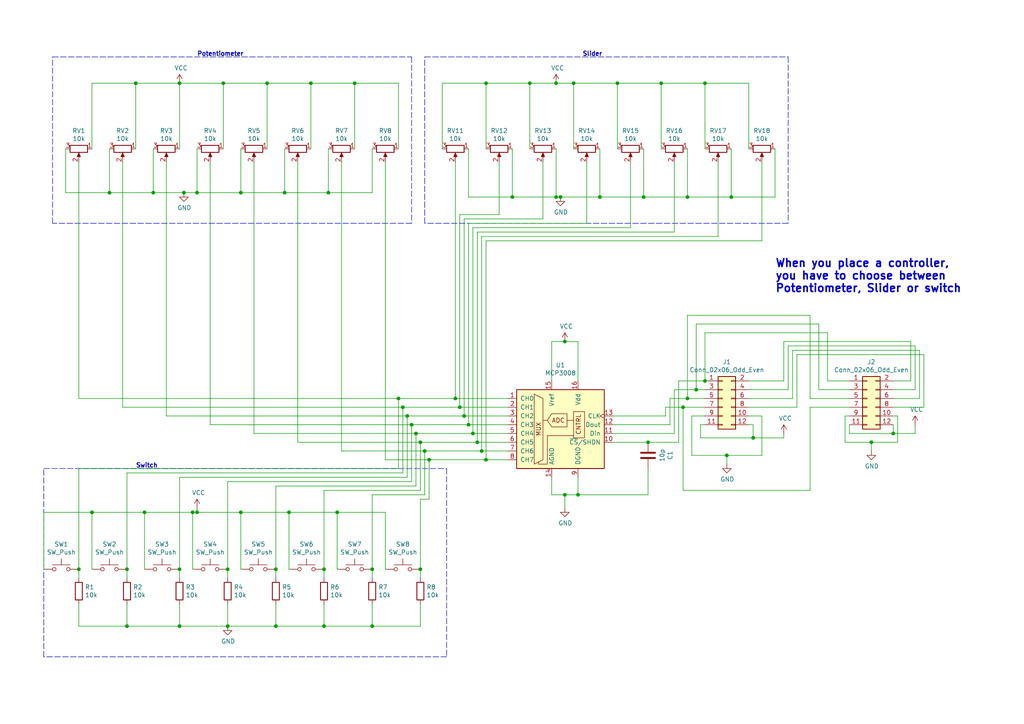
<source format=kicad_sch>
(kicad_sch (version 20211123) (generator eeschema)
  (paper "A4")
  (title_block (title "ControllerBoard") (date "2021-09-21") (rev "1") (company "INSA Lyon") (comment 1 "Author: POPOFF Maxime"))
  (lib_symbols
    (symbol "Analog_ADC:MCP3008" (pin_names (offset 1.016))
      (property "Reference" "U" (at -5.08 13.335 0))
      (property "Value" "MCP3008" (at -5.08 11.43 0))
      (symbol "MCP3008_0_0"
        (text "ADC" (at -0.635 1.27 0) (effects (font (size 1.27 1.27))))
        (text "CNTRL" (at 5.969 -2.921 900) (effects (font (size 1.27 1.27)) (justify left bottom)))
        (text "MUX" (at -6.35 -1.27 900) (effects (font (size 1.27 1.27))))
      )
      (symbol "MCP3008_0_1"
        (polyline (pts (xy -3.81 1.27) (xy -5.08 1.27)))
        (polyline (pts (xy 1.905 1.27) (xy 3.81 1.27)))
        (polyline (pts (xy -7.62 8.89) (xy -7.62 -11.43) (xy -5.08 -10.16) (xy -5.08 7.62) (xy -7.62 8.89)))
        (polyline (pts (xy 3.81 -3.175) (xy -3.81 -3.175) (xy -3.81 -11.43) (xy -6.35 -11.43) (xy -6.35 -10.795)))
        (polyline (pts (xy 1.905 3.175) (xy 1.905 -0.635) (xy -2.54 -0.635) (xy -3.81 1.27) (xy -2.54 3.175) (xy 1.905 3.175)))
        (rectangle (start 3.81 -3.81) (end 6.985 3.81))
        (rectangle (start 12.7 -12.7) (end -12.7 10.16) (stroke (width 0.254)) (fill (type background)))
      )
      (symbol "MCP3008_1_1"
        (pin input line (at -15.24 7.62 0) (length 2.54) (name "CH0") (number "1"))
        (pin input line (at 15.24 -5.08 180) (length 2.54) (name "~{CS}/SHDN") (number "10"))
        (pin input line (at 15.24 -2.54 180) (length 2.54) (name "Din") (number "11"))
        (pin output line (at 15.24 0 180) (length 2.54) (name "Dout") (number "12"))
        (pin input clock (at 15.24 2.54 180) (length 2.54) (name "CLK") (number "13"))
        (pin power_in line (at -2.54 -15.24 90) (length 2.54) (name "AGND") (number "14"))
        (pin power_in line (at -2.54 12.7 270) (length 2.54) (name "Vref") (number "15"))
        (pin power_in line (at 5.08 12.7 270) (length 2.54) (name "Vdd") (number "16"))
        (pin input line (at -15.24 5.08 0) (length 2.54) (name "CH1") (number "2"))
        (pin input line (at -15.24 2.54 0) (length 2.54) (name "CH2") (number "3"))
        (pin input line (at -15.24 0 0) (length 2.54) (name "CH3") (number "4"))
        (pin input line (at -15.24 -2.54 0) (length 2.54) (name "CH4") (number "5"))
        (pin input line (at -15.24 -5.08 0) (length 2.54) (name "CH5") (number "6"))
        (pin input line (at -15.24 -7.62 0) (length 2.54) (name "CH6") (number "7"))
        (pin input line (at -15.24 -10.16 0) (length 2.54) (name "CH7") (number "8"))
        (pin power_in line (at 5.08 -15.24 90) (length 2.54) (name "DGND") (number "9"))
      )
    )
    (symbol "Connector_Generic:Conn_02x06_Odd_Even" (pin_names (offset 1.016) hide)
      (property "Reference" "J" (at 1.27 7.62 0))
      (property "Value" "Conn_02x06_Odd_Even" (at 1.27 -10.16 0))
      (symbol "Conn_02x06_Odd_Even_1_1"
        (rectangle (start -1.27 -7.493) (end 0 -7.747) (stroke (width 0.1524)))
        (rectangle (start -1.27 -4.953) (end 0 -5.207) (stroke (width 0.1524)))
        (rectangle (start -1.27 -2.413) (end 0 -2.667) (stroke (width 0.1524)))
        (rectangle (start -1.27 0.127) (end 0 -0.127) (stroke (width 0.1524)))
        (rectangle (start -1.27 2.667) (end 0 2.413) (stroke (width 0.1524)))
        (rectangle (start -1.27 5.207) (end 0 4.953) (stroke (width 0.1524)))
        (rectangle (start -1.27 6.35) (end 3.81 -8.89) (stroke (width 0.254)) (fill (type background)))
        (rectangle (start 3.81 -7.493) (end 2.54 -7.747) (stroke (width 0.1524)))
        (rectangle (start 3.81 -4.953) (end 2.54 -5.207) (stroke (width 0.1524)))
        (rectangle (start 3.81 -2.413) (end 2.54 -2.667) (stroke (width 0.1524)))
        (rectangle (start 3.81 0.127) (end 2.54 -0.127) (stroke (width 0.1524)))
        (rectangle (start 3.81 2.667) (end 2.54 2.413) (stroke (width 0.1524)))
        (rectangle (start 3.81 5.207) (end 2.54 4.953) (stroke (width 0.1524)))
        (pin passive line (at -5.08 5.08 0) (length 3.81) (name "Pin_1") (number "1"))
        (pin passive line (at 7.62 -5.08 180) (length 3.81) (name "Pin_10") (number "10"))
        (pin passive line (at -5.08 -7.62 0) (length 3.81) (name "Pin_11") (number "11"))
        (pin passive line (at 7.62 -7.62 180) (length 3.81) (name "Pin_12") (number "12"))
        (pin passive line (at 7.62 5.08 180) (length 3.81) (name "Pin_2") (number "2"))
        (pin passive line (at -5.08 2.54 0) (length 3.81) (name "Pin_3") (number "3"))
        (pin passive line (at 7.62 2.54 180) (length 3.81) (name "Pin_4") (number "4"))
        (pin passive line (at -5.08 0 0) (length 3.81) (name "Pin_5") (number "5"))
        (pin passive line (at 7.62 0 180) (length 3.81) (name "Pin_6") (number "6"))
        (pin passive line (at -5.08 -2.54 0) (length 3.81) (name "Pin_7") (number "7"))
        (pin passive line (at 7.62 -2.54 180) (length 3.81) (name "Pin_8") (number "8"))
        (pin passive line (at -5.08 -5.08 0) (length 3.81) (name "Pin_9") (number "9"))
      )
    )
    (symbol "Device:C" (pin_numbers hide) (pin_names (offset 0.254))
      (property "Reference" "C" (at 0.635 2.54 0))
      (property "Value" "C" (at 0.635 -2.54 0))
      (symbol "C_0_1"
        (polyline (pts (xy -2.032 -0.762) (xy 2.032 -0.762)) (stroke (width 0.508)))
        (polyline (pts (xy -2.032 0.762) (xy 2.032 0.762)) (stroke (width 0.508)))
      )
      (symbol "C_1_1"
        (pin passive line (at 0 3.81 270) (length 2.794) (name "~") (number "1"))
        (pin passive line (at 0 -3.81 90) (length 2.794) (name "~") (number "2"))
      )
    )
    (symbol "Device:R" (pin_numbers hide) (pin_names (offset 0))
      (property "Reference" "R" (at 2.032 0 90))
      (property "Value" "R" (at 0 0 90))
      (symbol "R_0_1"
        (rectangle (start -1.016 -2.54) (end 1.016 2.54) (stroke (width 0.254)))
      )
      (symbol "R_1_1"
        (pin passive line (at 0 3.81 270) (length 1.27) (name "~") (number "1"))
        (pin passive line (at 0 -3.81 90) (length 1.27) (name "~") (number "2"))
      )
    )
    (symbol "Switch:SW_Push" (pin_numbers hide) (pin_names (offset 1.016) hide)
      (property "Reference" "SW" (at 1.27 2.54 0))
      (property "Value" "SW_Push" (at 0 -1.524 0))
      (symbol "SW_Push_0_1"
        (circle (center -2.032 0) (radius 0.508))
        (polyline (pts (xy 0 1.27) (xy 0 3.048)))
        (polyline (pts (xy 2.54 1.27) (xy -2.54 1.27)))
        (circle (center 2.032 0) (radius 0.508))
        (pin passive line (at -5.08 0 0) (length 2.54) (name "1") (number "1"))
        (pin passive line (at 5.08 0 180) (length 2.54) (name "2") (number "2"))
      )
    )
    (symbol "controllerBoard-rescue:R_POT-Device" (pin_names (offset 1.016) hide)
      (property "Reference" "RV" (at -4.445 0 90))
      (property "Value" "R_POT-Device" (at -2.54 0 90))
      (symbol "R_POT-Device_0_1"
        (polyline (pts (xy 2.54 0) (xy 1.524 0)))
        (polyline (pts (xy 1.143 0) (xy 2.286 0.508) (xy 2.286 -0.508) (xy 1.143 0)) (fill (type outline)))
        (rectangle (start 1.016 2.54) (end -1.016 -2.54) (stroke (width 0.254)))
      )
      (symbol "R_POT-Device_1_1"
        (pin passive line (at 0 3.81 270) (length 1.27) (name "1") (number "1"))
        (pin passive line (at 3.81 0 180) (length 1.27) (name "2") (number "2"))
        (pin passive line (at 0 -3.81 90) (length 1.27) (name "3") (number "3"))
      )
    )
    (symbol "power:GND" (power) (pin_names (offset 0))
      (property "Value" "GND" (at 0 -3.81 0))
      (symbol "GND_0_1"
        (polyline (pts (xy 0 0) (xy 0 -1.27) (xy 1.27 -1.27) (xy 0 -2.54) (xy -1.27 -1.27) (xy 0 -1.27)))
      )
      (symbol "GND_1_1"
        (pin power_in line (at 0 0 270) (length 0) hide (name "GND") (number "1"))
      )
    )
    (symbol "power:VCC" (power) (pin_names (offset 0))
      (property "Value" "VCC" (at 0 3.81 0))
      (symbol "VCC_0_1"
        (polyline (pts (xy -0.762 1.27) (xy 0 2.54)))
        (polyline (pts (xy 0 0) (xy 0 2.54)))
        (polyline (pts (xy 0 2.54) (xy 0.762 1.27)))
      )
      (symbol "VCC_1_1"
        (pin power_in line (at 0 0 90) (length 0) hide (name "VCC") (number "1"))
      )
    )
  )
  (junction (at 167.64 143.51))
  (junction (at 26.67 148.59))
  (junction (at 163.83 99.06))
  (junction (at 133.35 118.11))
  (junction (at 119.38 123.19))
  (junction (at 80.01 165.1))
  (junction (at 97.79 148.59))
  (junction (at 179.07 24.13))
  (junction (at 31.75 55.88))
  (junction (at 186.69 57.15))
  (junction (at 140.97 133.35))
  (junction (at 162.56 57.15))
  (junction (at 173.99 57.15))
  (junction (at 210.82 132.08))
  (junction (at 134.62 120.65))
  (junction (at 191.77 24.13))
  (junction (at 82.55 55.88))
  (junction (at 39.37 24.13))
  (junction (at 90.17 24.13))
  (junction (at 161.29 24.13))
  (junction (at 41.91 148.59))
  (junction (at 53.34 55.88))
  (junction (at 204.47 110.49))
  (junction (at 57.15 55.88))
  (junction (at 95.25 55.88))
  (junction (at 36.83 181.61))
  (junction (at 153.67 24.13))
  (junction (at 259.08 125.73))
  (junction (at 132.08 115.57))
  (junction (at 198.12 118.11))
  (junction (at 107.95 181.61))
  (junction (at 69.85 55.88))
  (junction (at 22.86 165.1))
  (junction (at 166.37 24.13))
  (junction (at 93.98 165.1))
  (junction (at 212.09 57.15))
  (junction (at 199.39 57.15))
  (junction (at 201.93 113.03))
  (junction (at 252.73 128.27))
  (junction (at 36.83 165.1))
  (junction (at 139.7 130.81))
  (junction (at 115.57 115.57))
  (junction (at 204.47 24.13))
  (junction (at 69.85 148.59))
  (junction (at 120.65 125.73))
  (junction (at 66.04 165.1))
  (junction (at 121.92 165.1))
  (junction (at 77.47 24.13))
  (junction (at 107.95 165.1))
  (junction (at 102.87 24.13))
  (junction (at 93.98 181.61))
  (junction (at 83.82 148.59))
  (junction (at 52.07 181.61))
  (junction (at 187.96 128.27))
  (junction (at 66.04 181.61))
  (junction (at 163.83 143.51))
  (junction (at 52.07 24.13))
  (junction (at 57.15 148.59))
  (junction (at 148.59 57.15))
  (junction (at 161.29 57.15))
  (junction (at 55.88 148.59))
  (junction (at 137.16 125.73))
  (junction (at 52.07 165.1))
  (junction (at 116.84 118.11))
  (junction (at 135.89 123.19))
  (junction (at 44.45 55.88))
  (junction (at 218.44 127))
  (junction (at 124.46 133.35))
  (junction (at 140.97 24.13))
  (junction (at 138.43 128.27))
  (junction (at 121.92 128.27))
  (junction (at 64.77 24.13))
  (junction (at 118.11 120.65))
  (junction (at 199.39 115.57))
  (junction (at 123.19 130.81))
  (junction (at 80.01 181.61))
  (wire (pts (xy 31.75 55.88) (xy 44.45 55.88)))
  (wire (pts (xy 120.65 140.97) (xy 120.65 125.73)))
  (wire (pts (xy 194.31 115.57) (xy 194.31 123.19)))
  (wire (pts (xy 153.67 43.18) (xy 153.67 24.13)))
  (wire (pts (xy 69.85 55.88) (xy 57.15 55.88)))
  (wire (pts (xy 107.95 165.1) (xy 107.95 167.64)))
  (wire (pts (xy 144.78 62.23) (xy 144.78 46.99)))
  (wire (pts (xy 234.95 118.11) (xy 246.38 118.11)))
  (polyline (pts (xy 123.19 64.77) (xy 123.19 16.51)))
  (wire (pts (xy 52.07 165.1) (xy 52.07 138.43)))
  (wire (pts (xy 167.64 99.06) (xy 163.83 99.06)))
  (wire (pts (xy 121.92 144.78) (xy 124.46 144.78)))
  (wire (pts (xy 121.92 181.61) (xy 107.95 181.61)))
  (wire (pts (xy 124.46 133.35) (xy 111.76 133.35)))
  (wire (pts (xy 161.29 57.15) (xy 162.56 57.15)))
  (wire (pts (xy 97.79 165.1) (xy 97.79 148.59)))
  (wire (pts (xy 177.8 128.27) (xy 187.96 128.27)))
  (wire (pts (xy 135.89 64.77) (xy 135.89 123.19)))
  (wire (pts (xy 266.7 101.6) (xy 266.7 115.57)))
  (wire (pts (xy 132.08 46.99) (xy 132.08 115.57)))
  (wire (pts (xy 195.58 46.99) (xy 195.58 67.31)))
  (wire (pts (xy 26.67 148.59) (xy 41.91 148.59)))
  (wire (pts (xy 26.67 24.13) (xy 39.37 24.13)))
  (wire (pts (xy 191.77 24.13) (xy 191.77 43.18)))
  (polyline (pts (xy 129.54 190.5) (xy 12.7 190.5)))
  (wire (pts (xy 252.73 130.81) (xy 252.73 128.27)))
  (wire (pts (xy 196.85 128.27) (xy 196.85 110.49)))
  (wire (pts (xy 153.67 24.13) (xy 161.29 24.13)))
  (wire (pts (xy 220.98 120.65) (xy 217.17 120.65)))
  (wire (pts (xy 203.2 127) (xy 218.44 127)))
  (wire (pts (xy 148.59 43.18) (xy 148.59 57.15)))
  (wire (pts (xy 173.99 43.18) (xy 173.99 57.15)))
  (wire (pts (xy 80.01 175.26) (xy 80.01 181.61)))
  (polyline (pts (xy 119.38 64.77) (xy 15.24 64.77)))
  (polyline (pts (xy 129.54 135.89) (xy 129.54 190.5)))
  (wire (pts (xy 36.83 165.1) (xy 36.83 137.16)))
  (wire (pts (xy 227.33 110.49) (xy 227.33 99.06)))
  (wire (pts (xy 60.96 46.99) (xy 60.96 123.19)))
  (wire (pts (xy 160.02 143.51) (xy 163.83 143.51)))
  (wire (pts (xy 229.87 101.6) (xy 266.7 101.6)))
  (wire (pts (xy 231.14 118.11) (xy 217.17 118.11)))
  (wire (pts (xy 217.17 115.57) (xy 229.87 115.57)))
  (wire (pts (xy 102.87 24.13) (xy 115.57 24.13)))
  (wire (pts (xy 121.92 128.27) (xy 138.43 128.27)))
  (wire (pts (xy 196.85 110.49) (xy 204.47 110.49)))
  (wire (pts (xy 199.39 43.18) (xy 199.39 57.15)))
  (wire (pts (xy 177.8 120.65) (xy 193.04 120.65)))
  (wire (pts (xy 118.11 138.43) (xy 118.11 120.65)))
  (wire (pts (xy 237.49 113.03) (xy 246.38 113.03)))
  (wire (pts (xy 265.43 100.33) (xy 228.6 100.33)))
  (wire (pts (xy 135.89 43.18) (xy 135.89 57.15)))
  (wire (pts (xy 135.89 57.15) (xy 148.59 57.15)))
  (wire (pts (xy 66.04 165.1) (xy 66.04 167.64)))
  (wire (pts (xy 31.75 43.18) (xy 31.75 55.88)))
  (wire (pts (xy 228.6 113.03) (xy 217.17 113.03)))
  (wire (pts (xy 246.38 125.73) (xy 259.08 125.73)))
  (wire (pts (xy 191.77 24.13) (xy 204.47 24.13)))
  (wire (pts (xy 227.33 125.73) (xy 227.33 127)))
  (wire (pts (xy 36.83 165.1) (xy 36.83 167.64)))
  (wire (pts (xy 22.86 175.26) (xy 22.86 181.61)))
  (wire (pts (xy 102.87 43.18) (xy 102.87 24.13)))
  (wire (pts (xy 217.17 110.49) (xy 227.33 110.49)))
  (wire (pts (xy 41.91 148.59) (xy 55.88 148.59)))
  (wire (pts (xy 123.19 143.51) (xy 123.19 130.81)))
  (wire (pts (xy 93.98 142.24) (xy 121.92 142.24)))
  (wire (pts (xy 198.12 118.11) (xy 204.47 118.11)))
  (wire (pts (xy 69.85 148.59) (xy 57.15 148.59)))
  (wire (pts (xy 123.19 130.81) (xy 99.06 130.81)))
  (wire (pts (xy 52.07 181.61) (xy 66.04 181.61)))
  (wire (pts (xy 204.47 24.13) (xy 204.47 43.18)))
  (wire (pts (xy 60.96 123.19) (xy 119.38 123.19)))
  (wire (pts (xy 201.93 93.98) (xy 237.49 93.98)))
  (wire (pts (xy 139.7 68.58) (xy 208.28 68.58)))
  (wire (pts (xy 128.27 43.18) (xy 128.27 24.13)))
  (wire (pts (xy 264.16 110.49) (xy 259.08 110.49)))
  (wire (pts (xy 218.44 127) (xy 227.33 127)))
  (wire (pts (xy 95.25 55.88) (xy 82.55 55.88)))
  (wire (pts (xy 163.83 143.51) (xy 167.64 143.51)))
  (wire (pts (xy 57.15 55.88) (xy 53.34 55.88)))
  (wire (pts (xy 48.26 120.65) (xy 118.11 120.65)))
  (wire (pts (xy 170.18 46.99) (xy 170.18 64.77)))
  (wire (pts (xy 111.76 133.35) (xy 111.76 46.99)))
  (wire (pts (xy 119.38 123.19) (xy 135.89 123.19)))
  (wire (pts (xy 121.92 165.1) (xy 121.92 144.78)))
  (wire (pts (xy 138.43 128.27) (xy 147.32 128.27)))
  (wire (pts (xy 240.03 96.52) (xy 204.47 96.52)))
  (wire (pts (xy 99.06 130.81) (xy 99.06 46.99)))
  (wire (pts (xy 179.07 24.13) (xy 191.77 24.13)))
  (wire (pts (xy 133.35 62.23) (xy 144.78 62.23)))
  (wire (pts (xy 177.8 125.73) (xy 195.58 125.73)))
  (wire (pts (xy 220.98 132.08) (xy 220.98 120.65)))
  (wire (pts (xy 196.85 128.27) (xy 187.96 128.27)))
  (wire (pts (xy 204.47 115.57) (xy 199.39 115.57)))
  (wire (pts (xy 231.14 102.87) (xy 231.14 118.11)))
  (wire (pts (xy 64.77 43.18) (xy 64.77 24.13)))
  (wire (pts (xy 22.86 46.99) (xy 22.86 115.57)))
  (wire (pts (xy 138.43 67.31) (xy 138.43 128.27)))
  (wire (pts (xy 199.39 115.57) (xy 199.39 91.44)))
  (wire (pts (xy 111.76 148.59) (xy 97.79 148.59)))
  (wire (pts (xy 198.12 118.11) (xy 198.12 142.24)))
  (wire (pts (xy 167.64 143.51) (xy 167.64 138.43)))
  (wire (pts (xy 266.7 115.57) (xy 259.08 115.57)))
  (wire (pts (xy 66.04 175.26) (xy 66.04 181.61)))
  (wire (pts (xy 147.32 130.81) (xy 139.7 130.81)))
  (wire (pts (xy 234.95 142.24) (xy 234.95 118.11)))
  (wire (pts (xy 107.95 181.61) (xy 93.98 181.61)))
  (wire (pts (xy 93.98 165.1) (xy 93.98 167.64)))
  (wire (pts (xy 115.57 135.89) (xy 115.57 115.57)))
  (wire (pts (xy 119.38 139.7) (xy 119.38 123.19)))
  (wire (pts (xy 246.38 123.19) (xy 246.38 125.73)))
  (wire (pts (xy 137.16 125.73) (xy 137.16 66.04)))
  (wire (pts (xy 107.95 55.88) (xy 107.95 43.18)))
  (wire (pts (xy 137.16 125.73) (xy 147.32 125.73)))
  (wire (pts (xy 173.99 57.15) (xy 162.56 57.15)))
  (polyline (pts (xy 228.6 64.77) (xy 123.19 64.77)))
  (wire (pts (xy 229.87 115.57) (xy 229.87 101.6)))
  (wire (pts (xy 170.18 64.77) (xy 135.89 64.77)))
  (wire (pts (xy 204.47 96.52) (xy 204.47 110.49)))
  (wire (pts (xy 83.82 165.1) (xy 83.82 148.59)))
  (wire (pts (xy 80.01 165.1) (xy 80.01 140.97)))
  (wire (pts (xy 259.08 125.73) (xy 265.43 125.73)))
  (wire (pts (xy 52.07 24.13) (xy 64.77 24.13)))
  (wire (pts (xy 160.02 99.06) (xy 160.02 110.49)))
  (wire (pts (xy 199.39 91.44) (xy 234.95 91.44)))
  (wire (pts (xy 200.66 120.65) (xy 200.66 132.08)))
  (wire (pts (xy 132.08 115.57) (xy 147.32 115.57)))
  (wire (pts (xy 36.83 175.26) (xy 36.83 181.61)))
  (wire (pts (xy 133.35 118.11) (xy 147.32 118.11)))
  (wire (pts (xy 148.59 57.15) (xy 161.29 57.15)))
  (wire (pts (xy 193.04 118.11) (xy 198.12 118.11)))
  (wire (pts (xy 22.86 181.61) (xy 36.83 181.61)))
  (wire (pts (xy 57.15 148.59) (xy 57.15 147.32)))
  (wire (pts (xy 115.57 43.18) (xy 115.57 24.13)))
  (polyline (pts (xy 12.7 190.5) (xy 12.7 135.89)))
  (wire (pts (xy 97.79 148.59) (xy 83.82 148.59)))
  (wire (pts (xy 93.98 165.1) (xy 93.98 142.24)))
  (wire (pts (xy 107.95 175.26) (xy 107.95 181.61)))
  (wire (pts (xy 252.73 128.27) (xy 245.11 128.27)))
  (wire (pts (xy 140.97 43.18) (xy 140.97 24.13)))
  (wire (pts (xy 95.25 55.88) (xy 107.95 55.88)))
  (wire (pts (xy 111.76 165.1) (xy 111.76 148.59)))
  (polyline (pts (xy 12.7 135.89) (xy 129.54 135.89)))
  (wire (pts (xy 220.98 69.85) (xy 140.97 69.85)))
  (wire (pts (xy 26.67 43.18) (xy 26.67 24.13)))
  (wire (pts (xy 186.69 57.15) (xy 173.99 57.15)))
  (wire (pts (xy 228.6 100.33) (xy 228.6 113.03)))
  (wire (pts (xy 195.58 125.73) (xy 195.58 113.03)))
  (wire (pts (xy 120.65 125.73) (xy 137.16 125.73)))
  (wire (pts (xy 187.96 135.89) (xy 187.96 143.51)))
  (wire (pts (xy 22.86 165.1) (xy 22.86 135.89)))
  (wire (pts (xy 66.04 165.1) (xy 66.04 139.7)))
  (wire (pts (xy 139.7 130.81) (xy 123.19 130.81)))
  (wire (pts (xy 260.35 128.27) (xy 252.73 128.27)))
  (polyline (pts (xy 15.24 16.51) (xy 119.38 16.51)))
  (wire (pts (xy 201.93 113.03) (xy 204.47 113.03)))
  (wire (pts (xy 224.79 43.18) (xy 224.79 57.15)))
  (wire (pts (xy 135.89 123.19) (xy 147.32 123.19)))
  (wire (pts (xy 19.05 43.18) (xy 19.05 55.88)))
  (wire (pts (xy 245.11 120.65) (xy 246.38 120.65)))
  (wire (pts (xy 69.85 43.18) (xy 69.85 55.88)))
  (wire (pts (xy 208.28 68.58) (xy 208.28 46.99)))
  (wire (pts (xy 82.55 55.88) (xy 82.55 43.18)))
  (wire (pts (xy 160.02 99.06) (xy 163.83 99.06)))
  (wire (pts (xy 22.86 135.89) (xy 115.57 135.89)))
  (wire (pts (xy 80.01 140.97) (xy 120.65 140.97)))
  (wire (pts (xy 86.36 46.99) (xy 86.36 128.27)))
  (wire (pts (xy 66.04 139.7) (xy 119.38 139.7)))
  (wire (pts (xy 259.08 120.65) (xy 260.35 120.65)))
  (wire (pts (xy 195.58 67.31) (xy 138.43 67.31)))
  (wire (pts (xy 198.12 142.24) (xy 234.95 142.24)))
  (wire (pts (xy 36.83 181.61) (xy 52.07 181.61)))
  (polyline (pts (xy 15.24 64.77) (xy 15.24 16.51)))
  (wire (pts (xy 234.95 91.44) (xy 234.95 115.57)))
  (wire (pts (xy 12.7 165.1) (xy 12.7 148.59)))
  (wire (pts (xy 160.02 138.43) (xy 160.02 143.51)))
  (wire (pts (xy 55.88 148.59) (xy 57.15 148.59)))
  (wire (pts (xy 195.58 113.03) (xy 201.93 113.03)))
  (polyline (pts (xy 228.6 16.51) (xy 228.6 64.77)))
  (wire (pts (xy 124.46 144.78) (xy 124.46 133.35)))
  (wire (pts (xy 39.37 43.18) (xy 39.37 24.13)))
  (wire (pts (xy 246.38 110.49) (xy 240.03 110.49)))
  (wire (pts (xy 116.84 118.11) (xy 133.35 118.11)))
  (wire (pts (xy 166.37 24.13) (xy 166.37 43.18)))
  (wire (pts (xy 95.25 43.18) (xy 95.25 55.88)))
  (wire (pts (xy 107.95 165.1) (xy 107.95 143.51)))
  (wire (pts (xy 224.79 57.15) (xy 212.09 57.15)))
  (wire (pts (xy 240.03 110.49) (xy 240.03 96.52)))
  (wire (pts (xy 193.04 120.65) (xy 193.04 118.11)))
  (wire (pts (xy 218.44 127) (xy 218.44 123.19)))
  (wire (pts (xy 93.98 175.26) (xy 93.98 181.61)))
  (wire (pts (xy 140.97 133.35) (xy 124.46 133.35)))
  (wire (pts (xy 212.09 57.15) (xy 199.39 57.15)))
  (polyline (pts (xy 119.38 16.51) (xy 119.38 64.77)))
  (wire (pts (xy 134.62 63.5) (xy 134.62 120.65)))
  (wire (pts (xy 121.92 165.1) (xy 121.92 167.64)))
  (wire (pts (xy 137.16 66.04) (xy 182.88 66.04)))
  (wire (pts (xy 140.97 69.85) (xy 140.97 133.35)))
  (wire (pts (xy 134.62 120.65) (xy 147.32 120.65)))
  (wire (pts (xy 187.96 143.51) (xy 167.64 143.51)))
  (wire (pts (xy 267.97 102.87) (xy 231.14 102.87)))
  (wire (pts (xy 259.08 118.11) (xy 267.97 118.11)))
  (wire (pts (xy 204.47 24.13) (xy 217.17 24.13)))
  (wire (pts (xy 139.7 130.81) (xy 139.7 68.58)))
  (wire (pts (xy 44.45 43.18) (xy 44.45 55.88)))
  (wire (pts (xy 220.98 46.99) (xy 220.98 69.85)))
  (wire (pts (xy 52.07 43.18) (xy 52.07 24.13)))
  (wire (pts (xy 22.86 115.57) (xy 115.57 115.57)))
  (wire (pts (xy 90.17 24.13) (xy 102.87 24.13)))
  (wire (pts (xy 83.82 148.59) (xy 69.85 148.59)))
  (wire (pts (xy 157.48 46.99) (xy 157.48 63.5)))
  (wire (pts (xy 35.56 46.99) (xy 35.56 118.11)))
  (wire (pts (xy 179.07 24.13) (xy 179.07 43.18)))
  (wire (pts (xy 265.43 125.73) (xy 265.43 123.19)))
  (wire (pts (xy 48.26 46.99) (xy 48.26 120.65)))
  (wire (pts (xy 260.35 120.65) (xy 260.35 128.27)))
  (wire (pts (xy 69.85 165.1) (xy 69.85 148.59)))
  (wire (pts (xy 93.98 181.61) (xy 80.01 181.61)))
  (wire (pts (xy 199.39 57.15) (xy 186.69 57.15)))
  (wire (pts (xy 237.49 93.98) (xy 237.49 113.03)))
  (wire (pts (xy 140.97 24.13) (xy 153.67 24.13)))
  (wire (pts (xy 234.95 115.57) (xy 246.38 115.57)))
  (wire (pts (xy 52.07 175.26) (xy 52.07 181.61)))
  (wire (pts (xy 245.11 128.27) (xy 245.11 120.65)))
  (wire (pts (xy 55.88 165.1) (xy 55.88 148.59)))
  (wire (pts (xy 210.82 132.08) (xy 220.98 132.08)))
  (wire (pts (xy 265.43 113.03) (xy 265.43 100.33)))
  (wire (pts (xy 22.86 165.1) (xy 22.86 167.64)))
  (wire (pts (xy 36.83 137.16) (xy 116.84 137.16)))
  (wire (pts (xy 133.35 118.11) (xy 133.35 62.23)))
  (wire (pts (xy 167.64 110.49) (xy 167.64 99.06)))
  (wire (pts (xy 210.82 132.08) (xy 210.82 134.62)))
  (wire (pts (xy 73.66 125.73) (xy 120.65 125.73)))
  (wire (pts (xy 161.29 24.13) (xy 166.37 24.13)))
  (wire (pts (xy 121.92 142.24) (xy 121.92 128.27)))
  (wire (pts (xy 212.09 43.18) (xy 212.09 57.15)))
  (wire (pts (xy 86.36 128.27) (xy 121.92 128.27)))
  (wire (pts (xy 116.84 137.16) (xy 116.84 118.11)))
  (wire (pts (xy 26.67 165.1) (xy 26.67 148.59)))
  (wire (pts (xy 69.85 55.88) (xy 82.55 55.88)))
  (wire (pts (xy 199.39 115.57) (xy 194.31 115.57)))
  (wire (pts (xy 163.83 143.51) (xy 163.83 147.32)))
  (wire (pts (xy 264.16 99.06) (xy 264.16 110.49)))
  (wire (pts (xy 182.88 66.04) (xy 182.88 46.99)))
  (wire (pts (xy 80.01 181.61) (xy 66.04 181.61)))
  (wire (pts (xy 267.97 118.11) (xy 267.97 102.87)))
  (wire (pts (xy 57.15 43.18) (xy 57.15 55.88)))
  (wire (pts (xy 115.57 115.57) (xy 132.08 115.57)))
  (wire (pts (xy 157.48 63.5) (xy 134.62 63.5)))
  (wire (pts (xy 80.01 165.1) (xy 80.01 167.64)))
  (wire (pts (xy 107.95 143.51) (xy 123.19 143.51)))
  (wire (pts (xy 118.11 120.65) (xy 134.62 120.65)))
  (wire (pts (xy 204.47 120.65) (xy 200.66 120.65)))
  (wire (pts (xy 218.44 123.19) (xy 217.17 123.19)))
  (wire (pts (xy 147.32 133.35) (xy 140.97 133.35)))
  (wire (pts (xy 259.08 125.73) (xy 259.08 123.19)))
  (wire (pts (xy 41.91 165.1) (xy 41.91 148.59)))
  (wire (pts (xy 200.66 132.08) (xy 210.82 132.08)))
  (wire (pts (xy 12.7 148.59) (xy 26.67 148.59)))
  (wire (pts (xy 227.33 99.06) (xy 264.16 99.06)))
  (wire (pts (xy 77.47 43.18) (xy 77.47 24.13)))
  (wire (pts (xy 217.17 24.13) (xy 217.17 43.18)))
  (wire (pts (xy 52.07 138.43) (xy 118.11 138.43)))
  (wire (pts (xy 73.66 46.99) (xy 73.66 125.73)))
  (wire (pts (xy 19.05 55.88) (xy 31.75 55.88)))
  (wire (pts (xy 203.2 123.19) (xy 203.2 127)))
  (wire (pts (xy 201.93 113.03) (xy 201.93 93.98)))
  (wire (pts (xy 77.47 24.13) (xy 90.17 24.13)))
  (wire (pts (xy 128.27 24.13) (xy 140.97 24.13)))
  (wire (pts (xy 52.07 165.1) (xy 52.07 167.64)))
  (wire (pts (xy 204.47 123.19) (xy 203.2 123.19)))
  (wire (pts (xy 39.37 24.13) (xy 52.07 24.13)))
  (wire (pts (xy 259.08 113.03) (xy 265.43 113.03)))
  (wire (pts (xy 44.45 55.88) (xy 53.34 55.88)))
  (wire (pts (xy 166.37 24.13) (xy 179.07 24.13)))
  (polyline (pts (xy 123.19 16.51) (xy 228.6 16.51)))
  (wire (pts (xy 64.77 24.13) (xy 77.47 24.13)))
  (wire (pts (xy 121.92 175.26) (xy 121.92 181.61)))
  (wire (pts (xy 194.31 123.19) (xy 177.8 123.19)))
  (wire (pts (xy 90.17 43.18) (xy 90.17 24.13)))
  (wire (pts (xy 186.69 43.18) (xy 186.69 57.15)))
  (wire (pts (xy 161.29 43.18) (xy 161.29 57.15)))
  (wire (pts (xy 35.56 118.11) (xy 116.84 118.11)))
  (text "Switch\n" (at 39.37 135.89 0) (effects (font (size 1.27 1.27) (thickness 0.254) bold) (justify left bottom)))
  (text "When you place a controller,\nyou have to choose between \nPotentiometer, Slider or switch" (at 224.79 85.09 0) (effects (font (size 2.2606 2.2606) (thickness 0.4521) bold) (justify left bottom)))
  (text "Potentiometer\n" (at 57.15 16.51 0) (effects (font (size 1.27 1.27) (thickness 0.254) bold) (justify left bottom)))
  (text "Slider\n" (at 168.91 16.51 0) (effects (font (size 1.27 1.27) (thickness 0.254) bold) (justify left bottom)))
  (symbol (lib_id "Analog_ADC:MCP3008") (at 162.56 123.19 0) (unit 1)
    (property "Reference" "U1" (at 162.56 105.8926 0))
    (property "Value" "MCP3008" (at 162.56 108.204 0))
    (property "Footprint" "Package_DIP:DIP-16_W7.62mm_Socket_LongPads" (effects hide))
    (property "Datasheet" "http://ww1.microchip.com/downloads/en/DeviceDoc/21295d.pdf" (effects hide))
  )
  (symbol (lib_id "controllerBoard-rescue:R_POT-Device") (at 35.56 43.18 270) (unit 1)
    (property "Reference" "RV2" (at 35.56 37.9222 90))
    (property "Value" "10k" (at 35.56 40.2336 90))
    (property "Footprint" "Potentiometer_THT:Potentiometer_Omeg_PC16BU_Vertical" (effects hide))
  )
  (symbol (lib_id "controllerBoard-rescue:R_POT-Device") (at 48.26 43.18 270) (unit 1)
    (property "Reference" "RV3" (at 48.26 37.9222 90))
    (property "Value" "10k" (at 48.26 40.2336 90))
    (property "Footprint" "Potentiometer_THT:Potentiometer_Omeg_PC16BU_Vertical" (effects hide))
  )
  (symbol (lib_id "controllerBoard-rescue:R_POT-Device") (at 60.96 43.18 270) (unit 1)
    (property "Reference" "RV4" (at 60.96 37.9222 90))
    (property "Value" "10k" (at 60.96 40.2336 90))
    (property "Footprint" "Potentiometer_THT:Potentiometer_Omeg_PC16BU_Vertical" (effects hide))
  )
  (symbol (lib_id "controllerBoard-rescue:R_POT-Device") (at 73.66 43.18 270) (unit 1)
    (property "Reference" "RV5" (at 73.66 37.9222 90))
    (property "Value" "10k" (at 73.66 40.2336 90))
    (property "Footprint" "Potentiometer_THT:Potentiometer_Omeg_PC16BU_Vertical" (effects hide))
  )
  (symbol (lib_id "power:VCC") (at 52.07 24.13 0) (unit 1)
    (property "Reference" "#PWR0101" (effects hide))
    (property "Value" "VCC" (at 52.5018 19.7358 0))
  )
  (symbol (lib_id "power:GND") (at 53.34 55.88 0) (unit 1)
    (property "Reference" "#PWR0102" (effects hide))
    (property "Value" "GND" (at 53.467 60.2742 0))
  )
  (symbol (lib_id "controllerBoard-rescue:R_POT-Device") (at 86.36 43.18 270) (unit 1)
    (property "Reference" "RV6" (at 86.36 37.9222 90))
    (property "Value" "10k" (at 86.36 40.2336 90))
    (property "Footprint" "Potentiometer_THT:Potentiometer_Omeg_PC16BU_Vertical" (effects hide))
  )
  (symbol (lib_id "controllerBoard-rescue:R_POT-Device") (at 99.06 43.18 270) (unit 1)
    (property "Reference" "RV7" (at 99.06 37.9222 90))
    (property "Value" "10k" (at 99.06 40.2336 90))
    (property "Footprint" "Potentiometer_THT:Potentiometer_Omeg_PC16BU_Vertical" (effects hide))
  )
  (symbol (lib_id "controllerBoard-rescue:R_POT-Device") (at 111.76 43.18 270) (unit 1)
    (property "Reference" "RV8" (at 111.76 37.9222 90))
    (property "Value" "10k" (at 111.76 40.2336 90))
    (property "Footprint" "Potentiometer_THT:Potentiometer_Omeg_PC16BU_Vertical" (effects hide))
  )
  (symbol (lib_id "controllerBoard-rescue:R_POT-Device") (at 22.86 43.18 270) (unit 1)
    (property "Reference" "RV1" (at 22.86 37.9222 90))
    (property "Value" "10k" (at 22.86 40.2336 90))
    (property "Footprint" "Potentiometer_THT:Potentiometer_Omeg_PC16BU_Vertical" (effects hide))
  )
  (symbol (lib_id "power:GND") (at 210.82 134.62 0) (unit 1)
    (property "Reference" "#PWR0103" (effects hide))
    (property "Value" "GND" (at 210.947 139.0142 0))
  )
  (symbol (lib_id "power:VCC") (at 227.33 125.73 0) (unit 1)
    (property "Reference" "#PWR0104" (effects hide))
    (property "Value" "VCC" (at 227.7618 121.3358 0))
  )
  (symbol (lib_id "power:GND") (at 163.83 147.32 0) (unit 1)
    (property "Reference" "#PWR0105" (effects hide))
    (property "Value" "GND" (at 163.957 151.7142 0))
  )
  (symbol (lib_id "power:VCC") (at 265.43 123.19 0) (unit 1)
    (property "Reference" "#PWR0106" (effects hide))
    (property "Value" "VCC" (at 265.8618 118.7958 0))
  )
  (symbol (lib_id "power:GND") (at 252.73 130.81 0) (unit 1)
    (property "Reference" "#PWR0107" (effects hide))
    (property "Value" "GND" (at 252.857 135.2042 0))
  )
  (symbol (lib_id "power:VCC") (at 163.83 99.06 0) (unit 1)
    (property "Reference" "#PWR0108" (effects hide))
    (property "Value" "VCC" (at 164.2618 94.6658 0))
  )
  (symbol (lib_id "Device:C") (at 187.96 132.08 180) (unit 1)
    (property "Reference" "C1" (at 194.3608 132.08 90))
    (property "Value" "10p" (at 192.0494 132.08 90))
    (property "Footprint" "Capacitor_THT:C_Disc_D5.0mm_W2.5mm_P2.50mm" (effects hide))
  )
  (symbol (lib_id "controllerBoard-rescue:R_POT-Device") (at 144.78 43.18 270) (unit 1)
    (property "Reference" "RV12" (at 144.78 37.9222 90))
    (property "Value" "10k" (at 144.78 40.2336 90))
    (property "Footprint" "Potentiometer_THT:Potentiometer_Bourns_PTA6043_Single_Slide" (effects hide))
  )
  (symbol (lib_id "controllerBoard-rescue:R_POT-Device") (at 157.48 43.18 270) (unit 1)
    (property "Reference" "RV13" (at 157.48 37.9222 90))
    (property "Value" "10k" (at 157.48 40.2336 90))
    (property "Footprint" "Potentiometer_THT:Potentiometer_Bourns_PTA6043_Single_Slide" (effects hide))
  )
  (symbol (lib_id "controllerBoard-rescue:R_POT-Device") (at 170.18 43.18 270) (unit 1)
    (property "Reference" "RV14" (at 170.18 37.9222 90))
    (property "Value" "10k" (at 170.18 40.2336 90))
    (property "Footprint" "Potentiometer_THT:Potentiometer_Bourns_PTA6043_Single_Slide" (effects hide))
  )
  (symbol (lib_id "controllerBoard-rescue:R_POT-Device") (at 182.88 43.18 270) (unit 1)
    (property "Reference" "RV15" (at 182.88 37.9222 90))
    (property "Value" "10k" (at 182.88 40.2336 90))
    (property "Footprint" "Potentiometer_THT:Potentiometer_Bourns_PTA6043_Single_Slide" (effects hide))
  )
  (symbol (lib_id "power:VCC") (at 161.29 24.13 0) (unit 1)
    (property "Reference" "#PWR0109" (effects hide))
    (property "Value" "VCC" (at 161.7218 19.7358 0))
  )
  (symbol (lib_id "controllerBoard-rescue:R_POT-Device") (at 195.58 43.18 270) (unit 1)
    (property "Reference" "RV16" (at 195.58 37.9222 90))
    (property "Value" "10k" (at 195.58 40.2336 90))
    (property "Footprint" "Potentiometer_THT:Potentiometer_Bourns_PTA6043_Single_Slide" (effects hide))
  )
  (symbol (lib_id "controllerBoard-rescue:R_POT-Device") (at 208.28 43.18 270) (unit 1)
    (property "Reference" "RV17" (at 208.28 37.9222 90))
    (property "Value" "10k" (at 208.28 40.2336 90))
    (property "Footprint" "Potentiometer_THT:Potentiometer_Bourns_PTA6043_Single_Slide" (effects hide))
  )
  (symbol (lib_id "controllerBoard-rescue:R_POT-Device") (at 220.98 43.18 270) (unit 1)
    (property "Reference" "RV18" (at 220.98 37.9222 90))
    (property "Value" "10k" (at 220.98 40.2336 90))
    (property "Footprint" "Potentiometer_THT:Potentiometer_Bourns_PTA6043_Single_Slide" (effects hide))
  )
  (symbol (lib_id "controllerBoard-rescue:R_POT-Device") (at 132.08 43.18 270) (unit 1)
    (property "Reference" "RV11" (at 132.08 37.9222 90))
    (property "Value" "10k" (at 132.08 40.2336 90))
    (property "Footprint" "Potentiometer_THT:Potentiometer_Bourns_PTA6043_Single_Slide" (effects hide))
  )
  (symbol (lib_id "power:GND") (at 162.56 57.15 0) (unit 1)
    (property "Reference" "#PWR0110" (effects hide))
    (property "Value" "GND" (at 162.687 61.5442 0))
  )
  (symbol (lib_id "Switch:SW_Push") (at 31.75 165.1 0) (unit 1)
    (property "Reference" "SW2" (at 31.75 157.861 0))
    (property "Value" "SW_Push" (at 31.75 160.1724 0))
    (property "Footprint" "Button_Switch_THT:SW_PUSH_6mm" (effects hide))
  )
  (symbol (lib_id "Switch:SW_Push") (at 46.99 165.1 0) (unit 1)
    (property "Reference" "SW3" (at 46.99 157.861 0))
    (property "Value" "SW_Push" (at 46.99 160.1724 0))
    (property "Footprint" "Button_Switch_THT:SW_PUSH_6mm" (effects hide))
  )
  (symbol (lib_id "Switch:SW_Push") (at 60.96 165.1 0) (unit 1)
    (property "Reference" "SW4" (at 60.96 157.861 0))
    (property "Value" "SW_Push" (at 60.96 160.1724 0))
    (property "Footprint" "Button_Switch_THT:SW_PUSH_6mm" (effects hide))
  )
  (symbol (lib_id "Switch:SW_Push") (at 17.78 165.1 0) (unit 1)
    (property "Reference" "SW1" (at 17.78 157.861 0))
    (property "Value" "SW_Push" (at 17.78 160.1724 0))
    (property "Footprint" "Button_Switch_THT:SW_PUSH_6mm" (effects hide))
  )
  (symbol (lib_id "Switch:SW_Push") (at 74.93 165.1 0) (unit 1)
    (property "Reference" "SW5" (at 74.93 157.861 0))
    (property "Value" "SW_Push" (at 74.93 160.1724 0))
    (property "Footprint" "Button_Switch_THT:SW_PUSH_6mm" (effects hide))
  )
  (symbol (lib_id "Switch:SW_Push") (at 88.9 165.1 0) (unit 1)
    (property "Reference" "SW6" (at 88.9 157.861 0))
    (property "Value" "SW_Push" (at 88.9 160.1724 0))
    (property "Footprint" "Button_Switch_THT:SW_PUSH_6mm" (effects hide))
  )
  (symbol (lib_id "Switch:SW_Push") (at 102.87 165.1 0) (unit 1)
    (property "Reference" "SW7" (at 102.87 157.861 0))
    (property "Value" "SW_Push" (at 102.87 160.1724 0))
    (property "Footprint" "Button_Switch_THT:SW_PUSH_6mm" (effects hide))
  )
  (symbol (lib_id "Switch:SW_Push") (at 116.84 165.1 0) (unit 1)
    (property "Reference" "SW8" (at 116.84 157.861 0))
    (property "Value" "SW_Push" (at 116.84 160.1724 0))
    (property "Footprint" "Button_Switch_THT:SW_PUSH_6mm" (effects hide))
  )
  (symbol (lib_id "power:VCC") (at 57.15 147.32 0) (unit 1)
    (property "Reference" "#PWR0111" (effects hide))
    (property "Value" "VCC" (at 57.5818 142.9258 0))
  )
  (symbol (lib_id "power:GND") (at 66.04 181.61 0) (unit 1)
    (property "Reference" "#PWR0112" (effects hide))
    (property "Value" "GND" (at 66.167 186.0042 0))
  )
  (symbol (lib_id "Device:R") (at 22.86 171.45 0) (unit 1)
    (property "Reference" "R1" (at 24.638 170.2816 0) (effects (justify left)))
    (property "Value" "10k" (at 24.638 172.593 0) (effects (justify left)))
    (property "Footprint" "Resistor_THT:R_Axial_DIN0207_L6.3mm_D2.5mm_P7.62mm_Horizontal" (effects hide))
  )
  (symbol (lib_id "Device:R") (at 36.83 171.45 0) (unit 1)
    (property "Reference" "R2" (at 38.608 170.2816 0) (effects (justify left)))
    (property "Value" "10k" (at 38.608 172.593 0) (effects (justify left)))
    (property "Footprint" "Resistor_THT:R_Axial_DIN0207_L6.3mm_D2.5mm_P7.62mm_Horizontal" (effects hide))
  )
  (symbol (lib_id "Device:R") (at 52.07 171.45 0) (unit 1)
    (property "Reference" "R3" (at 53.848 170.2816 0) (effects (justify left)))
    (property "Value" "10k" (at 53.848 172.593 0) (effects (justify left)))
    (property "Footprint" "Resistor_THT:R_Axial_DIN0207_L6.3mm_D2.5mm_P7.62mm_Horizontal" (effects hide))
  )
  (symbol (lib_id "Device:R") (at 66.04 171.45 0) (unit 1)
    (property "Reference" "R4" (at 67.818 170.2816 0) (effects (justify left)))
    (property "Value" "10k" (at 67.818 172.593 0) (effects (justify left)))
    (property "Footprint" "Resistor_THT:R_Axial_DIN0207_L6.3mm_D2.5mm_P7.62mm_Horizontal" (effects hide))
  )
  (symbol (lib_id "Device:R") (at 80.01 171.45 0) (unit 1)
    (property "Reference" "R5" (at 81.788 170.2816 0) (effects (justify left)))
    (property "Value" "10k" (at 81.788 172.593 0) (effects (justify left)))
    (property "Footprint" "Resistor_THT:R_Axial_DIN0207_L6.3mm_D2.5mm_P7.62mm_Horizontal" (effects hide))
  )
  (symbol (lib_id "Device:R") (at 93.98 171.45 0) (unit 1)
    (property "Reference" "R6" (at 95.758 170.2816 0) (effects (justify left)))
    (property "Value" "10k" (at 95.758 172.593 0) (effects (justify left)))
    (property "Footprint" "Resistor_THT:R_Axial_DIN0207_L6.3mm_D2.5mm_P7.62mm_Horizontal" (effects hide))
  )
  (symbol (lib_id "Device:R") (at 107.95 171.45 0) (unit 1)
    (property "Reference" "R7" (at 109.728 170.2816 0) (effects (justify left)))
    (property "Value" "10k" (at 109.728 172.593 0) (effects (justify left)))
    (property "Footprint" "Resistor_THT:R_Axial_DIN0207_L6.3mm_D2.5mm_P7.62mm_Horizontal" (effects hide))
  )
  (symbol (lib_id "Device:R") (at 121.92 171.45 0) (unit 1)
    (property "Reference" "R8" (at 123.698 170.2816 0) (effects (justify left)))
    (property "Value" "10k" (at 123.698 172.593 0) (effects (justify left)))
    (property "Footprint" "Resistor_THT:R_Axial_DIN0207_L6.3mm_D2.5mm_P7.62mm_Horizontal" (effects hide))
  )
  (symbol (lib_id "Connector_Generic:Conn_02x06_Odd_Even") (at 209.55 115.57 0) (unit 1)
    (property "Reference" "J1" (at 210.82 104.9782 0))
    (property "Value" "Conn_02x06_Odd_Even" (at 210.82 107.2896 0))
    (property "Footprint" "Connector_PinHeader_2.54mm:PinHeader_2x06_P2.54mm_Horizontal" (effects hide))
  )
  (symbol (lib_id "Connector_Generic:Conn_02x06_Odd_Even") (at 251.46 115.57 0) (unit 1)
    (property "Reference" "J2" (at 252.73 104.9782 0))
    (property "Value" "Conn_02x06_Odd_Even" (at 252.73 107.2896 0))
    (property "Footprint" "Connector_PinHeader_2.54mm:PinHeader_2x06_P2.54mm_Vertical" (effects hide))
  )
)
</source>
